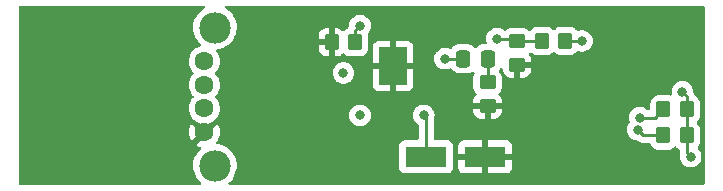
<source format=gbr>
%TF.GenerationSoftware,KiCad,Pcbnew,6.0.11-2627ca5db0~126~ubuntu22.04.1*%
%TF.CreationDate,2023-02-14T21:50:32-05:00*%
%TF.ProjectId,qwiic-interface,71776969-632d-4696-9e74-657266616365,2.0*%
%TF.SameCoordinates,Original*%
%TF.FileFunction,Copper,L4,Bot*%
%TF.FilePolarity,Positive*%
%FSLAX46Y46*%
G04 Gerber Fmt 4.6, Leading zero omitted, Abs format (unit mm)*
G04 Created by KiCad (PCBNEW 6.0.11-2627ca5db0~126~ubuntu22.04.1) date 2023-02-14 21:50:32*
%MOMM*%
%LPD*%
G01*
G04 APERTURE LIST*
G04 Aperture macros list*
%AMRoundRect*
0 Rectangle with rounded corners*
0 $1 Rounding radius*
0 $2 $3 $4 $5 $6 $7 $8 $9 X,Y pos of 4 corners*
0 Add a 4 corners polygon primitive as box body*
4,1,4,$2,$3,$4,$5,$6,$7,$8,$9,$2,$3,0*
0 Add four circle primitives for the rounded corners*
1,1,$1+$1,$2,$3*
1,1,$1+$1,$4,$5*
1,1,$1+$1,$6,$7*
1,1,$1+$1,$8,$9*
0 Add four rect primitives between the rounded corners*
20,1,$1+$1,$2,$3,$4,$5,0*
20,1,$1+$1,$4,$5,$6,$7,0*
20,1,$1+$1,$6,$7,$8,$9,0*
20,1,$1+$1,$8,$9,$2,$3,0*%
G04 Aperture macros list end*
%TA.AperFunction,SMDPad,CuDef*%
%ADD10R,3.500000X1.800000*%
%TD*%
%TA.AperFunction,ComponentPad*%
%ADD11C,0.500000*%
%TD*%
%TA.AperFunction,SMDPad,CuDef*%
%ADD12R,2.400000X3.200000*%
%TD*%
%TA.AperFunction,ComponentPad*%
%ADD13C,1.600200*%
%TD*%
%TA.AperFunction,ComponentPad*%
%ADD14C,2.667000*%
%TD*%
%TA.AperFunction,SMDPad,CuDef*%
%ADD15RoundRect,0.250000X-0.450000X0.350000X-0.450000X-0.350000X0.450000X-0.350000X0.450000X0.350000X0*%
%TD*%
%TA.AperFunction,SMDPad,CuDef*%
%ADD16RoundRect,0.250000X-0.337500X-0.475000X0.337500X-0.475000X0.337500X0.475000X-0.337500X0.475000X0*%
%TD*%
%TA.AperFunction,SMDPad,CuDef*%
%ADD17RoundRect,0.250000X0.350000X0.450000X-0.350000X0.450000X-0.350000X-0.450000X0.350000X-0.450000X0*%
%TD*%
%TA.AperFunction,ViaPad*%
%ADD18C,0.800000*%
%TD*%
%TA.AperFunction,Conductor*%
%ADD19C,0.250000*%
%TD*%
G04 APERTURE END LIST*
D10*
%TO.P,D1,1,K*%
%TO.N,Net-(C2-Pad2)*%
X135000000Y-73100000D03*
%TO.P,D1,2,A*%
%TO.N,GND*%
X140000000Y-73100000D03*
%TD*%
D11*
%TO.P,U1,9,GND*%
%TO.N,GND*%
X133150000Y-66750000D03*
D12*
X132200000Y-65400000D03*
D11*
X131250000Y-64050000D03*
X131250000Y-65400000D03*
X133150000Y-65400000D03*
X133150000Y-64050000D03*
X131250000Y-66750000D03*
%TD*%
D13*
%TO.P,J1,1,1*%
%TO.N,+BATT*%
X116222800Y-65010001D03*
%TO.P,J1,2,2*%
%TO.N,SDA*%
X116222800Y-67010000D03*
%TO.P,J1,3,3*%
%TO.N,SCL*%
X116222800Y-69010001D03*
%TO.P,J1,4,4*%
%TO.N,GND*%
X116222800Y-71009999D03*
D14*
%TO.P,J1,5*%
%TO.N,N/C*%
X117122801Y-62159999D03*
%TO.P,J1,6*%
X117122801Y-73860001D03*
%TD*%
D15*
%TO.P,R6,1*%
%TO.N,Net-(R5-Pad2)*%
X142700000Y-63300000D03*
%TO.P,R6,2*%
%TO.N,GND*%
X142700000Y-65300000D03*
%TD*%
D16*
%TO.P,C3,1*%
%TO.N,Net-(C3-Pad1)*%
X138162500Y-64800000D03*
%TO.P,C3,2*%
%TO.N,Net-(C3-Pad2)*%
X140237500Y-64800000D03*
%TD*%
D17*
%TO.P,R8,1*%
%TO.N,+3V3*%
X157100000Y-69100000D03*
%TO.P,R8,2*%
%TO.N,SDA*%
X155100000Y-69100000D03*
%TD*%
%TO.P,R5,1*%
%TO.N,+3V3*%
X146800000Y-63300000D03*
%TO.P,R5,2*%
%TO.N,Net-(R5-Pad2)*%
X144800000Y-63300000D03*
%TD*%
%TO.P,R3,1*%
%TO.N,Net-(R3-Pad1)*%
X129000000Y-63400000D03*
%TO.P,R3,2*%
%TO.N,GND*%
X127000000Y-63400000D03*
%TD*%
D15*
%TO.P,R4,1*%
%TO.N,Net-(C3-Pad2)*%
X140200000Y-66800000D03*
%TO.P,R4,2*%
%TO.N,GND*%
X140200000Y-68800000D03*
%TD*%
D17*
%TO.P,R7,1*%
%TO.N,+3V3*%
X157100000Y-71300000D03*
%TO.P,R7,2*%
%TO.N,SCL*%
X155100000Y-71300000D03*
%TD*%
D18*
%TO.N,Net-(C2-Pad2)*%
X134800000Y-69600000D03*
%TO.N,GND*%
X152900000Y-67500000D03*
X156100000Y-64300000D03*
X157400000Y-74800000D03*
X126600000Y-70400000D03*
X124900000Y-67000000D03*
%TO.N,Net-(C2-Pad1)*%
X128000000Y-66000000D03*
X129400000Y-69600000D03*
%TO.N,Net-(C3-Pad1)*%
X136600000Y-64800000D03*
%TO.N,+3V3*%
X156700000Y-67600000D03*
X148200000Y-63300000D03*
X157400000Y-73100000D03*
%TO.N,SDA*%
X153097540Y-69782782D03*
%TO.N,SCL*%
X152900000Y-70800000D03*
%TO.N,Net-(R3-Pad1)*%
X129400000Y-62000000D03*
%TO.N,Net-(R5-Pad2)*%
X141000000Y-63100000D03*
%TD*%
D19*
%TO.N,Net-(C2-Pad2)*%
X135000000Y-73100000D02*
X135000000Y-69800000D01*
X135000000Y-69800000D02*
X134800000Y-69600000D01*
%TO.N,Net-(C3-Pad1)*%
X138162500Y-64800000D02*
X136600000Y-64800000D01*
%TO.N,Net-(C3-Pad2)*%
X140200000Y-64837500D02*
X140237500Y-64800000D01*
X140200000Y-66800000D02*
X140200000Y-64837500D01*
%TO.N,+3V3*%
X157100000Y-71300000D02*
X157100000Y-69100000D01*
X157100000Y-72800000D02*
X157400000Y-73100000D01*
X156700000Y-67600000D02*
X157100000Y-68000000D01*
X157100000Y-68000000D02*
X157100000Y-69100000D01*
X146800000Y-63300000D02*
X148200000Y-63300000D01*
X157100000Y-71300000D02*
X157100000Y-72800000D01*
%TO.N,SDA*%
X153097540Y-69782782D02*
X154417218Y-69782782D01*
X154417218Y-69782782D02*
X155100000Y-69100000D01*
%TO.N,SCL*%
X155100000Y-71300000D02*
X153400000Y-71300000D01*
X153400000Y-71300000D02*
X152900000Y-70800000D01*
%TO.N,Net-(R3-Pad1)*%
X129000000Y-63400000D02*
X129000000Y-62400000D01*
X129000000Y-62400000D02*
X129400000Y-62000000D01*
%TO.N,Net-(R5-Pad2)*%
X141000000Y-63100000D02*
X142500000Y-63100000D01*
X142700000Y-63300000D02*
X144800000Y-63300000D01*
X142500000Y-63100000D02*
X142700000Y-63300000D01*
%TD*%
%TA.AperFunction,Conductor*%
%TO.N,GND*%
G36*
X116243228Y-60328502D02*
G01*
X116289721Y-60382158D01*
X116299825Y-60452432D01*
X116270331Y-60517012D01*
X116233190Y-60546314D01*
X116157900Y-60585424D01*
X116154285Y-60588007D01*
X116154279Y-60588011D01*
X116020203Y-60683823D01*
X115945667Y-60737088D01*
X115756921Y-60917143D01*
X115595427Y-61121997D01*
X115569347Y-61166897D01*
X115466643Y-61343714D01*
X115466640Y-61343720D01*
X115464409Y-61347561D01*
X115462739Y-61351684D01*
X115368153Y-61585204D01*
X115368150Y-61585212D01*
X115366480Y-61589336D01*
X115303595Y-61842497D01*
X115277007Y-62101993D01*
X115279203Y-62157885D01*
X115287015Y-62356704D01*
X115287248Y-62362646D01*
X115288046Y-62367018D01*
X115288047Y-62367023D01*
X115301095Y-62438463D01*
X115334114Y-62619256D01*
X115335519Y-62623468D01*
X115335520Y-62623471D01*
X115415257Y-62862473D01*
X115416668Y-62866702D01*
X115418660Y-62870689D01*
X115418661Y-62870691D01*
X115529960Y-63093435D01*
X115533264Y-63100048D01*
X115565023Y-63146000D01*
X115675294Y-63305548D01*
X115681576Y-63314638D01*
X115684598Y-63317907D01*
X115826630Y-63471556D01*
X115858644Y-63506189D01*
X115891981Y-63533329D01*
X115895409Y-63536120D01*
X115935608Y-63594639D01*
X115937788Y-63665603D01*
X115901256Y-63726479D01*
X115848470Y-63755540D01*
X115778833Y-63774199D01*
X115778831Y-63774200D01*
X115773523Y-63775622D01*
X115768542Y-63777944D01*
X115768541Y-63777945D01*
X115570988Y-63870065D01*
X115570983Y-63870068D01*
X115566001Y-63872391D01*
X115561494Y-63875547D01*
X115561492Y-63875548D01*
X115382946Y-64000567D01*
X115382943Y-64000569D01*
X115378435Y-64003726D01*
X115216525Y-64165636D01*
X115213368Y-64170144D01*
X115213366Y-64170147D01*
X115088498Y-64348478D01*
X115085190Y-64353202D01*
X115082867Y-64358184D01*
X115082864Y-64358189D01*
X114996494Y-64543412D01*
X114988421Y-64560724D01*
X114986999Y-64566032D01*
X114986998Y-64566034D01*
X114973440Y-64616635D01*
X114929158Y-64781897D01*
X114909201Y-65010001D01*
X114929158Y-65238105D01*
X114930582Y-65243418D01*
X114930582Y-65243420D01*
X114954110Y-65331226D01*
X114988421Y-65459278D01*
X114990743Y-65464259D01*
X114990744Y-65464260D01*
X115082864Y-65661813D01*
X115082867Y-65661818D01*
X115085190Y-65666800D01*
X115088346Y-65671307D01*
X115088347Y-65671309D01*
X115177902Y-65799206D01*
X115216525Y-65854366D01*
X115283064Y-65920905D01*
X115317090Y-65983217D01*
X115312025Y-66054032D01*
X115283064Y-66099095D01*
X115220420Y-66161739D01*
X115220415Y-66161745D01*
X115216525Y-66165635D01*
X115213370Y-66170141D01*
X115091659Y-66343963D01*
X115085190Y-66353201D01*
X115082867Y-66358183D01*
X115082864Y-66358188D01*
X114999509Y-66536944D01*
X114988421Y-66560723D01*
X114986999Y-66566031D01*
X114986998Y-66566033D01*
X114956765Y-66678866D01*
X114929158Y-66781896D01*
X114909201Y-67010000D01*
X114929158Y-67238104D01*
X114930582Y-67243417D01*
X114930582Y-67243419D01*
X114975237Y-67410072D01*
X114988421Y-67459277D01*
X114990743Y-67464258D01*
X114990744Y-67464259D01*
X115082864Y-67661812D01*
X115082867Y-67661817D01*
X115085190Y-67666799D01*
X115088346Y-67671306D01*
X115088347Y-67671308D01*
X115207552Y-67841550D01*
X115216525Y-67854365D01*
X115283065Y-67920905D01*
X115317091Y-67983217D01*
X115312026Y-68054032D01*
X115283065Y-68099095D01*
X115220420Y-68161740D01*
X115220415Y-68161746D01*
X115216525Y-68165636D01*
X115213370Y-68170142D01*
X115107716Y-68321032D01*
X115085190Y-68353202D01*
X115082867Y-68358184D01*
X115082864Y-68358189D01*
X114996628Y-68543124D01*
X114988421Y-68560724D01*
X114986999Y-68566032D01*
X114986998Y-68566034D01*
X114942021Y-68733891D01*
X114929158Y-68781897D01*
X114909201Y-69010001D01*
X114929158Y-69238105D01*
X114930582Y-69243418D01*
X114930582Y-69243420D01*
X114977230Y-69417511D01*
X114988421Y-69459278D01*
X114990743Y-69464259D01*
X114990744Y-69464260D01*
X115082864Y-69661813D01*
X115082867Y-69661818D01*
X115085190Y-69666800D01*
X115088346Y-69671307D01*
X115088347Y-69671309D01*
X115209241Y-69843963D01*
X115216525Y-69854366D01*
X115378435Y-70016276D01*
X115382943Y-70019433D01*
X115382946Y-70019435D01*
X115389963Y-70024348D01*
X115566000Y-70147611D01*
X115570982Y-70149934D01*
X115570987Y-70149937D01*
X115676372Y-70199078D01*
X115773523Y-70244380D01*
X115778833Y-70245803D01*
X115778839Y-70245805D01*
X115799471Y-70251333D01*
X115855956Y-70283945D01*
X116209988Y-70637977D01*
X116223932Y-70645591D01*
X116225765Y-70645460D01*
X116232380Y-70641209D01*
X116589644Y-70283945D01*
X116646129Y-70251333D01*
X116666761Y-70245805D01*
X116666767Y-70245803D01*
X116672077Y-70244380D01*
X116769228Y-70199078D01*
X116874613Y-70149937D01*
X116874618Y-70149934D01*
X116879600Y-70147611D01*
X117055637Y-70024348D01*
X117062654Y-70019435D01*
X117062657Y-70019433D01*
X117067165Y-70016276D01*
X117229075Y-69854366D01*
X117236360Y-69843963D01*
X117357253Y-69671309D01*
X117357254Y-69671307D01*
X117360410Y-69666800D01*
X117362733Y-69661818D01*
X117362736Y-69661813D01*
X117391560Y-69600000D01*
X128486496Y-69600000D01*
X128487186Y-69606565D01*
X128502551Y-69752751D01*
X128506458Y-69789928D01*
X128565473Y-69971556D01*
X128660960Y-70136944D01*
X128665378Y-70141851D01*
X128665379Y-70141852D01*
X128678221Y-70156114D01*
X128788747Y-70278866D01*
X128850318Y-70323600D01*
X128914562Y-70370276D01*
X128943248Y-70391118D01*
X128949276Y-70393802D01*
X128949278Y-70393803D01*
X129111681Y-70466109D01*
X129117712Y-70468794D01*
X129211113Y-70488647D01*
X129298056Y-70507128D01*
X129298061Y-70507128D01*
X129304513Y-70508500D01*
X129495487Y-70508500D01*
X129501939Y-70507128D01*
X129501944Y-70507128D01*
X129588887Y-70488647D01*
X129682288Y-70468794D01*
X129688319Y-70466109D01*
X129850722Y-70393803D01*
X129850724Y-70393802D01*
X129856752Y-70391118D01*
X129885439Y-70370276D01*
X129949682Y-70323600D01*
X130011253Y-70278866D01*
X130121779Y-70156114D01*
X130134621Y-70141852D01*
X130134622Y-70141851D01*
X130139040Y-70136944D01*
X130234527Y-69971556D01*
X130293542Y-69789928D01*
X130297450Y-69752751D01*
X130312814Y-69606565D01*
X130313504Y-69600000D01*
X130293542Y-69410072D01*
X130234527Y-69228444D01*
X130139040Y-69063056D01*
X130103228Y-69023282D01*
X130015675Y-68926045D01*
X130015674Y-68926044D01*
X130011253Y-68921134D01*
X129856752Y-68808882D01*
X129850724Y-68806198D01*
X129850722Y-68806197D01*
X129688319Y-68733891D01*
X129688318Y-68733891D01*
X129682288Y-68731206D01*
X129588888Y-68711353D01*
X129501944Y-68692872D01*
X129501939Y-68692872D01*
X129495487Y-68691500D01*
X129304513Y-68691500D01*
X129298061Y-68692872D01*
X129298056Y-68692872D01*
X129211112Y-68711353D01*
X129117712Y-68731206D01*
X129111682Y-68733891D01*
X129111681Y-68733891D01*
X128949278Y-68806197D01*
X128949276Y-68806198D01*
X128943248Y-68808882D01*
X128788747Y-68921134D01*
X128784326Y-68926044D01*
X128784325Y-68926045D01*
X128696773Y-69023282D01*
X128660960Y-69063056D01*
X128565473Y-69228444D01*
X128506458Y-69410072D01*
X128486496Y-69600000D01*
X117391560Y-69600000D01*
X117454856Y-69464260D01*
X117454857Y-69464259D01*
X117457179Y-69459278D01*
X117468371Y-69417511D01*
X117515018Y-69243420D01*
X117515018Y-69243418D01*
X117516442Y-69238105D01*
X117536399Y-69010001D01*
X117516442Y-68781897D01*
X117503579Y-68733891D01*
X117458602Y-68566034D01*
X117458601Y-68566032D01*
X117457179Y-68560724D01*
X117448972Y-68543124D01*
X117362736Y-68358189D01*
X117362733Y-68358184D01*
X117360410Y-68353202D01*
X117341401Y-68326054D01*
X117232234Y-68170147D01*
X117232230Y-68170142D01*
X117229075Y-68165636D01*
X117162534Y-68099095D01*
X117128509Y-68036784D01*
X117133574Y-67965969D01*
X117162535Y-67920906D01*
X117225180Y-67858261D01*
X117225185Y-67858255D01*
X117229075Y-67854365D01*
X117267072Y-67800100D01*
X117357253Y-67671308D01*
X117357254Y-67671306D01*
X117360410Y-67666799D01*
X117362733Y-67661817D01*
X117362736Y-67661812D01*
X117454856Y-67464259D01*
X117454857Y-67464258D01*
X117457179Y-67459277D01*
X117470364Y-67410072D01*
X117515018Y-67243419D01*
X117515018Y-67243417D01*
X117516442Y-67238104D01*
X117536399Y-67010000D01*
X117516442Y-66781896D01*
X117488835Y-66678866D01*
X117458602Y-66566033D01*
X117458601Y-66566031D01*
X117457179Y-66560723D01*
X117446091Y-66536944D01*
X117362736Y-66358188D01*
X117362733Y-66358183D01*
X117360410Y-66353201D01*
X117357253Y-66348692D01*
X117232234Y-66170146D01*
X117232230Y-66170141D01*
X117229075Y-66165635D01*
X117162535Y-66099095D01*
X117128510Y-66036784D01*
X117131141Y-66000000D01*
X127086496Y-66000000D01*
X127087186Y-66006565D01*
X127099872Y-66127262D01*
X127106458Y-66189928D01*
X127165473Y-66371556D01*
X127168776Y-66377278D01*
X127168777Y-66377279D01*
X127183550Y-66402866D01*
X127260960Y-66536944D01*
X127388747Y-66678866D01*
X127464482Y-66733891D01*
X127523240Y-66776581D01*
X127543248Y-66791118D01*
X127549276Y-66793802D01*
X127549278Y-66793803D01*
X127711681Y-66866109D01*
X127717712Y-66868794D01*
X127811113Y-66888647D01*
X127898056Y-66907128D01*
X127898061Y-66907128D01*
X127904513Y-66908500D01*
X128095487Y-66908500D01*
X128101939Y-66907128D01*
X128101944Y-66907128D01*
X128188887Y-66888647D01*
X128282288Y-66868794D01*
X128288319Y-66866109D01*
X128450722Y-66793803D01*
X128450724Y-66793802D01*
X128456752Y-66791118D01*
X128476761Y-66776581D01*
X128518353Y-66746362D01*
X130487966Y-66746362D01*
X130491400Y-66781388D01*
X130492001Y-66793684D01*
X130492001Y-67044669D01*
X130492371Y-67051490D01*
X130497895Y-67102352D01*
X130501521Y-67117604D01*
X130546676Y-67238054D01*
X130555214Y-67253649D01*
X130631715Y-67355724D01*
X130644276Y-67368285D01*
X130746351Y-67444786D01*
X130761946Y-67453324D01*
X130882394Y-67498478D01*
X130897649Y-67502105D01*
X130948514Y-67507631D01*
X130955328Y-67508000D01*
X131190965Y-67508000D01*
X131207629Y-67509107D01*
X131227044Y-67511697D01*
X131241040Y-67511991D01*
X131279186Y-67508519D01*
X131290606Y-67508000D01*
X131927885Y-67508000D01*
X131943124Y-67503525D01*
X131944329Y-67502135D01*
X131946000Y-67494452D01*
X131946000Y-67489884D01*
X132454000Y-67489884D01*
X132458475Y-67505123D01*
X132459865Y-67506328D01*
X132467548Y-67507999D01*
X133090957Y-67507999D01*
X133107622Y-67509106D01*
X133127044Y-67511698D01*
X133141040Y-67511991D01*
X133179195Y-67508518D01*
X133190615Y-67507999D01*
X133444669Y-67507999D01*
X133451490Y-67507629D01*
X133502352Y-67502105D01*
X133517604Y-67498479D01*
X133638054Y-67453324D01*
X133653649Y-67444786D01*
X133755724Y-67368285D01*
X133768285Y-67355724D01*
X133844786Y-67253649D01*
X133853324Y-67238054D01*
X133898478Y-67117606D01*
X133902105Y-67102351D01*
X133907631Y-67051486D01*
X133908000Y-67044672D01*
X133908000Y-66812124D01*
X133909226Y-66794588D01*
X133911948Y-66775222D01*
X133912554Y-66767338D01*
X133912741Y-66753962D01*
X133912354Y-66746062D01*
X133908785Y-66714241D01*
X133908000Y-66700196D01*
X133908000Y-65672115D01*
X133903525Y-65656876D01*
X133902135Y-65655671D01*
X133894452Y-65654000D01*
X132472115Y-65654000D01*
X132456876Y-65658475D01*
X132455671Y-65659865D01*
X132454000Y-65667548D01*
X132454000Y-67489884D01*
X131946000Y-67489884D01*
X131946000Y-65672115D01*
X131941525Y-65656876D01*
X131940135Y-65655671D01*
X131932452Y-65654000D01*
X130510116Y-65654000D01*
X130494877Y-65658475D01*
X130493672Y-65659865D01*
X130492001Y-65667548D01*
X130492001Y-66694040D01*
X130491007Y-66709833D01*
X130488162Y-66732356D01*
X130487966Y-66746362D01*
X128518353Y-66746362D01*
X128535518Y-66733891D01*
X128611253Y-66678866D01*
X128739040Y-66536944D01*
X128816450Y-66402866D01*
X128831223Y-66377279D01*
X128831224Y-66377278D01*
X128834527Y-66371556D01*
X128893542Y-66189928D01*
X128900129Y-66127262D01*
X128912814Y-66006565D01*
X128913504Y-66000000D01*
X128898607Y-65858262D01*
X128894232Y-65816635D01*
X128894232Y-65816633D01*
X128893542Y-65810072D01*
X128834527Y-65628444D01*
X128824331Y-65610783D01*
X128748168Y-65478866D01*
X128739040Y-65463056D01*
X128611253Y-65321134D01*
X128456752Y-65208882D01*
X128450724Y-65206198D01*
X128450722Y-65206197D01*
X128288319Y-65133891D01*
X128288318Y-65133891D01*
X128282288Y-65131206D01*
X128188888Y-65111353D01*
X128101944Y-65092872D01*
X128101939Y-65092872D01*
X128095487Y-65091500D01*
X127904513Y-65091500D01*
X127898061Y-65092872D01*
X127898056Y-65092872D01*
X127811112Y-65111353D01*
X127717712Y-65131206D01*
X127711682Y-65133891D01*
X127711681Y-65133891D01*
X127549278Y-65206197D01*
X127549276Y-65206198D01*
X127543248Y-65208882D01*
X127388747Y-65321134D01*
X127260960Y-65463056D01*
X127251832Y-65478866D01*
X127175670Y-65610783D01*
X127165473Y-65628444D01*
X127106458Y-65810072D01*
X127105768Y-65816633D01*
X127105768Y-65816635D01*
X127101393Y-65858262D01*
X127086496Y-66000000D01*
X117131141Y-66000000D01*
X117133575Y-65965969D01*
X117162536Y-65920906D01*
X117225180Y-65858262D01*
X117225185Y-65858256D01*
X117229075Y-65854366D01*
X117265364Y-65802540D01*
X117357253Y-65671309D01*
X117357254Y-65671307D01*
X117360410Y-65666800D01*
X117362733Y-65661818D01*
X117362736Y-65661813D01*
X117454856Y-65464260D01*
X117454857Y-65464259D01*
X117457179Y-65459278D01*
X117491491Y-65331226D01*
X117515018Y-65243420D01*
X117515018Y-65243418D01*
X117516442Y-65238105D01*
X117536399Y-65010001D01*
X117516442Y-64781897D01*
X117472160Y-64616635D01*
X117458602Y-64566034D01*
X117458601Y-64566032D01*
X117457179Y-64560724D01*
X117449106Y-64543412D01*
X117362736Y-64358189D01*
X117362733Y-64358184D01*
X117360410Y-64353202D01*
X117354136Y-64344241D01*
X117245966Y-64189759D01*
X117223278Y-64122485D01*
X117240563Y-64053624D01*
X117292333Y-64005040D01*
X117328491Y-63993198D01*
X117553906Y-63955679D01*
X117558147Y-63954338D01*
X117558150Y-63954337D01*
X117739148Y-63897095D01*
X125892001Y-63897095D01*
X125892338Y-63903614D01*
X125902257Y-63999206D01*
X125905149Y-64012600D01*
X125956588Y-64166784D01*
X125962761Y-64179962D01*
X126048063Y-64317807D01*
X126057099Y-64329208D01*
X126171829Y-64443739D01*
X126183240Y-64452751D01*
X126321243Y-64537816D01*
X126334424Y-64543963D01*
X126488710Y-64595138D01*
X126502086Y-64598005D01*
X126596438Y-64607672D01*
X126602854Y-64608000D01*
X126727885Y-64608000D01*
X126743124Y-64603525D01*
X126744329Y-64602135D01*
X126746000Y-64594452D01*
X126746000Y-64589884D01*
X127254000Y-64589884D01*
X127258475Y-64605123D01*
X127259865Y-64606328D01*
X127267548Y-64607999D01*
X127397095Y-64607999D01*
X127403614Y-64607662D01*
X127499206Y-64597743D01*
X127512600Y-64594851D01*
X127666784Y-64543412D01*
X127679962Y-64537239D01*
X127817807Y-64451937D01*
X127829208Y-64442901D01*
X127910430Y-64361538D01*
X127972713Y-64327459D01*
X128043533Y-64332462D01*
X128088620Y-64361383D01*
X128171512Y-64444130D01*
X128171517Y-64444134D01*
X128176697Y-64449305D01*
X128182927Y-64453145D01*
X128182928Y-64453146D01*
X128320288Y-64537816D01*
X128327262Y-64542115D01*
X128383367Y-64560724D01*
X128488611Y-64595632D01*
X128488613Y-64595632D01*
X128495139Y-64597797D01*
X128501975Y-64598497D01*
X128501978Y-64598498D01*
X128545031Y-64602909D01*
X128599600Y-64608500D01*
X129400400Y-64608500D01*
X129403646Y-64608163D01*
X129403650Y-64608163D01*
X129499308Y-64598238D01*
X129499312Y-64598237D01*
X129506166Y-64597526D01*
X129512702Y-64595345D01*
X129512704Y-64595345D01*
X129655506Y-64547702D01*
X129673946Y-64541550D01*
X129824348Y-64448478D01*
X129949305Y-64323303D01*
X129980053Y-64273421D01*
X130038275Y-64178968D01*
X130038276Y-64178966D01*
X130042115Y-64172738D01*
X130082106Y-64052169D01*
X130084032Y-64046363D01*
X130487966Y-64046363D01*
X130491399Y-64081379D01*
X130492000Y-64093675D01*
X130492000Y-65127885D01*
X130496475Y-65143124D01*
X130497865Y-65144329D01*
X130505548Y-65146000D01*
X131927885Y-65146000D01*
X131943124Y-65141525D01*
X131944329Y-65140135D01*
X131946000Y-65132452D01*
X131946000Y-65127885D01*
X132454000Y-65127885D01*
X132458475Y-65143124D01*
X132459865Y-65144329D01*
X132467548Y-65146000D01*
X133889884Y-65146000D01*
X133905123Y-65141525D01*
X133906328Y-65140135D01*
X133907999Y-65132452D01*
X133907999Y-64800000D01*
X135686496Y-64800000D01*
X135706458Y-64989928D01*
X135765473Y-65171556D01*
X135860960Y-65336944D01*
X135988747Y-65478866D01*
X136087843Y-65550864D01*
X136119400Y-65573791D01*
X136143248Y-65591118D01*
X136149276Y-65593802D01*
X136149278Y-65593803D01*
X136297657Y-65659865D01*
X136317712Y-65668794D01*
X136411113Y-65688647D01*
X136498056Y-65707128D01*
X136498061Y-65707128D01*
X136504513Y-65708500D01*
X136695487Y-65708500D01*
X136701939Y-65707128D01*
X136701944Y-65707128D01*
X136788887Y-65688647D01*
X136882288Y-65668794D01*
X136902968Y-65659587D01*
X136985770Y-65622721D01*
X137012584Y-65610783D01*
X137082950Y-65601349D01*
X137147247Y-65631455D01*
X137170976Y-65659587D01*
X137226522Y-65749348D01*
X137351697Y-65874305D01*
X137357927Y-65878145D01*
X137357928Y-65878146D01*
X137495090Y-65962694D01*
X137502262Y-65967115D01*
X137581615Y-65993435D01*
X137663611Y-66020632D01*
X137663613Y-66020632D01*
X137670139Y-66022797D01*
X137676975Y-66023497D01*
X137676978Y-66023498D01*
X137720031Y-66027909D01*
X137774600Y-66033500D01*
X138550400Y-66033500D01*
X138553646Y-66033163D01*
X138553650Y-66033163D01*
X138649308Y-66023238D01*
X138649312Y-66023237D01*
X138656166Y-66022526D01*
X138662702Y-66020345D01*
X138662704Y-66020345D01*
X138812169Y-65970479D01*
X138823946Y-65966550D01*
X138909049Y-65913886D01*
X138977502Y-65895048D01*
X139045272Y-65916209D01*
X139090843Y-65970650D01*
X139099747Y-66041086D01*
X139082613Y-66087146D01*
X139064359Y-66116760D01*
X139057885Y-66127262D01*
X139055581Y-66134209D01*
X139019252Y-66243739D01*
X139002203Y-66295139D01*
X138991500Y-66399600D01*
X138991500Y-67200400D01*
X138991837Y-67203646D01*
X138991837Y-67203650D01*
X138995964Y-67243419D01*
X139002474Y-67306166D01*
X139004655Y-67312702D01*
X139004655Y-67312704D01*
X139035045Y-67403794D01*
X139058450Y-67473946D01*
X139151522Y-67624348D01*
X139156704Y-67629521D01*
X139238463Y-67711138D01*
X139272542Y-67773421D01*
X139267539Y-67844241D01*
X139238618Y-67889329D01*
X139156261Y-67971829D01*
X139147249Y-67983240D01*
X139062184Y-68121243D01*
X139056037Y-68134424D01*
X139004862Y-68288710D01*
X139001995Y-68302086D01*
X138992328Y-68396438D01*
X138992000Y-68402855D01*
X138992000Y-68527885D01*
X138996475Y-68543124D01*
X138997865Y-68544329D01*
X139005548Y-68546000D01*
X141389884Y-68546000D01*
X141405123Y-68541525D01*
X141406328Y-68540135D01*
X141407999Y-68532452D01*
X141407999Y-68402905D01*
X141407662Y-68396386D01*
X141397743Y-68300794D01*
X141394851Y-68287400D01*
X141343412Y-68133216D01*
X141337239Y-68120038D01*
X141251937Y-67982193D01*
X141242901Y-67970792D01*
X141161538Y-67889570D01*
X141127459Y-67827287D01*
X141132462Y-67756467D01*
X141161383Y-67711380D01*
X141244130Y-67628488D01*
X141244134Y-67628483D01*
X141249305Y-67623303D01*
X141319697Y-67509107D01*
X141338275Y-67478968D01*
X141338276Y-67478966D01*
X141342115Y-67472738D01*
X141397797Y-67304861D01*
X141408500Y-67200400D01*
X141408500Y-66399600D01*
X141404938Y-66365271D01*
X141398238Y-66300692D01*
X141398237Y-66300688D01*
X141397526Y-66293834D01*
X141380534Y-66242901D01*
X141343868Y-66133002D01*
X141341550Y-66126054D01*
X141248478Y-65975652D01*
X141185381Y-65912665D01*
X141151302Y-65850383D01*
X141156305Y-65779563D01*
X141173343Y-65749266D01*
X141174305Y-65748303D01*
X141217987Y-65677439D01*
X141258741Y-65611323D01*
X141311513Y-65563830D01*
X141381585Y-65552406D01*
X141446709Y-65580680D01*
X141486208Y-65639674D01*
X141492001Y-65677439D01*
X141492001Y-65697095D01*
X141492338Y-65703614D01*
X141502257Y-65799206D01*
X141505149Y-65812600D01*
X141556588Y-65966784D01*
X141562761Y-65979962D01*
X141648063Y-66117807D01*
X141657099Y-66129208D01*
X141771829Y-66243739D01*
X141783240Y-66252751D01*
X141921243Y-66337816D01*
X141934424Y-66343963D01*
X142088710Y-66395138D01*
X142102086Y-66398005D01*
X142196438Y-66407672D01*
X142202854Y-66408000D01*
X142427885Y-66408000D01*
X142443124Y-66403525D01*
X142444329Y-66402135D01*
X142446000Y-66394452D01*
X142446000Y-66389884D01*
X142954000Y-66389884D01*
X142958475Y-66405123D01*
X142959865Y-66406328D01*
X142967548Y-66407999D01*
X143197095Y-66407999D01*
X143203614Y-66407662D01*
X143299206Y-66397743D01*
X143312600Y-66394851D01*
X143466784Y-66343412D01*
X143479962Y-66337239D01*
X143617807Y-66251937D01*
X143629208Y-66242901D01*
X143743739Y-66128171D01*
X143752751Y-66116760D01*
X143837816Y-65978757D01*
X143843963Y-65965576D01*
X143895138Y-65811290D01*
X143898005Y-65797914D01*
X143907672Y-65703562D01*
X143908000Y-65697146D01*
X143908000Y-65572115D01*
X143903525Y-65556876D01*
X143902135Y-65555671D01*
X143894452Y-65554000D01*
X142972115Y-65554000D01*
X142956876Y-65558475D01*
X142955671Y-65559865D01*
X142954000Y-65567548D01*
X142954000Y-66389884D01*
X142446000Y-66389884D01*
X142446000Y-65172000D01*
X142466002Y-65103879D01*
X142519658Y-65057386D01*
X142572000Y-65046000D01*
X143889884Y-65046000D01*
X143905123Y-65041525D01*
X143906328Y-65040135D01*
X143907999Y-65032452D01*
X143907999Y-64902905D01*
X143907662Y-64896386D01*
X143897743Y-64800794D01*
X143894851Y-64787400D01*
X143843412Y-64633216D01*
X143837239Y-64620038D01*
X143751937Y-64482193D01*
X143742894Y-64470783D01*
X143716258Y-64404972D01*
X143729430Y-64335208D01*
X143778228Y-64283640D01*
X143847160Y-64266641D01*
X143914339Y-64289607D01*
X143930658Y-64303346D01*
X143976697Y-64349305D01*
X143982927Y-64353145D01*
X143982928Y-64353146D01*
X144120090Y-64437694D01*
X144127262Y-64442115D01*
X144159329Y-64452751D01*
X144288611Y-64495632D01*
X144288613Y-64495632D01*
X144295139Y-64497797D01*
X144301975Y-64498497D01*
X144301978Y-64498498D01*
X144345031Y-64502909D01*
X144399600Y-64508500D01*
X145200400Y-64508500D01*
X145203646Y-64508163D01*
X145203650Y-64508163D01*
X145299308Y-64498238D01*
X145299312Y-64498237D01*
X145306166Y-64497526D01*
X145312702Y-64495345D01*
X145312704Y-64495345D01*
X145444806Y-64451272D01*
X145473946Y-64441550D01*
X145624348Y-64348478D01*
X145710784Y-64261891D01*
X145773066Y-64227812D01*
X145843886Y-64232815D01*
X145888975Y-64261736D01*
X145905133Y-64277866D01*
X145976697Y-64349305D01*
X145982927Y-64353145D01*
X145982928Y-64353146D01*
X146120090Y-64437694D01*
X146127262Y-64442115D01*
X146159329Y-64452751D01*
X146288611Y-64495632D01*
X146288613Y-64495632D01*
X146295139Y-64497797D01*
X146301975Y-64498497D01*
X146301978Y-64498498D01*
X146345031Y-64502909D01*
X146399600Y-64508500D01*
X147200400Y-64508500D01*
X147203646Y-64508163D01*
X147203650Y-64508163D01*
X147299308Y-64498238D01*
X147299312Y-64498237D01*
X147306166Y-64497526D01*
X147312702Y-64495345D01*
X147312704Y-64495345D01*
X147444806Y-64451272D01*
X147473946Y-64441550D01*
X147624348Y-64348478D01*
X147749305Y-64223303D01*
X147754103Y-64215519D01*
X147755034Y-64214681D01*
X147757683Y-64211327D01*
X147758257Y-64211780D01*
X147806871Y-64168025D01*
X147876942Y-64156598D01*
X147905266Y-64164480D01*
X147905400Y-64164068D01*
X147911680Y-64166108D01*
X147917712Y-64168794D01*
X148011113Y-64188647D01*
X148098056Y-64207128D01*
X148098061Y-64207128D01*
X148104513Y-64208500D01*
X148295487Y-64208500D01*
X148301939Y-64207128D01*
X148301944Y-64207128D01*
X148388887Y-64188647D01*
X148482288Y-64168794D01*
X148489381Y-64165636D01*
X148650722Y-64093803D01*
X148650724Y-64093802D01*
X148656752Y-64091118D01*
X148689480Y-64067340D01*
X148718766Y-64046062D01*
X148811253Y-63978866D01*
X148820322Y-63968794D01*
X148934621Y-63841852D01*
X148934622Y-63841851D01*
X148939040Y-63836944D01*
X149034527Y-63671556D01*
X149093542Y-63489928D01*
X149095371Y-63472531D01*
X149112814Y-63306565D01*
X149113504Y-63300000D01*
X149093542Y-63110072D01*
X149034527Y-62928444D01*
X149015998Y-62896350D01*
X148956810Y-62793834D01*
X148939040Y-62763056D01*
X148827088Y-62638720D01*
X148815675Y-62626045D01*
X148815674Y-62626044D01*
X148811253Y-62621134D01*
X148656752Y-62508882D01*
X148650724Y-62506198D01*
X148650722Y-62506197D01*
X148488319Y-62433891D01*
X148488318Y-62433891D01*
X148482288Y-62431206D01*
X148388887Y-62411353D01*
X148301944Y-62392872D01*
X148301939Y-62392872D01*
X148295487Y-62391500D01*
X148104513Y-62391500D01*
X148098061Y-62392872D01*
X148098056Y-62392872D01*
X147965097Y-62421134D01*
X147917712Y-62431206D01*
X147911676Y-62433893D01*
X147905402Y-62435932D01*
X147904951Y-62434543D01*
X147842114Y-62442965D01*
X147777819Y-62412855D01*
X147754098Y-62384733D01*
X147752333Y-62381882D01*
X147748478Y-62375652D01*
X147728659Y-62355867D01*
X147628483Y-62255866D01*
X147623303Y-62250695D01*
X147591686Y-62231206D01*
X147478968Y-62161725D01*
X147478966Y-62161724D01*
X147472738Y-62157885D01*
X147377204Y-62126198D01*
X147311389Y-62104368D01*
X147311387Y-62104368D01*
X147304861Y-62102203D01*
X147298025Y-62101503D01*
X147298022Y-62101502D01*
X147254969Y-62097091D01*
X147200400Y-62091500D01*
X146399600Y-62091500D01*
X146396354Y-62091837D01*
X146396350Y-62091837D01*
X146300692Y-62101762D01*
X146300688Y-62101763D01*
X146293834Y-62102474D01*
X146287298Y-62104655D01*
X146287296Y-62104655D01*
X146155194Y-62148728D01*
X146126054Y-62158450D01*
X145975652Y-62251522D01*
X145970479Y-62256704D01*
X145889216Y-62338109D01*
X145826934Y-62372188D01*
X145756114Y-62367185D01*
X145711025Y-62338264D01*
X145628483Y-62255866D01*
X145623303Y-62250695D01*
X145591686Y-62231206D01*
X145478968Y-62161725D01*
X145478966Y-62161724D01*
X145472738Y-62157885D01*
X145377204Y-62126198D01*
X145311389Y-62104368D01*
X145311387Y-62104368D01*
X145304861Y-62102203D01*
X145298025Y-62101503D01*
X145298022Y-62101502D01*
X145254969Y-62097091D01*
X145200400Y-62091500D01*
X144399600Y-62091500D01*
X144396354Y-62091837D01*
X144396350Y-62091837D01*
X144300692Y-62101762D01*
X144300688Y-62101763D01*
X144293834Y-62102474D01*
X144287298Y-62104655D01*
X144287296Y-62104655D01*
X144155194Y-62148728D01*
X144126054Y-62158450D01*
X143975652Y-62251522D01*
X143850695Y-62376697D01*
X143848936Y-62379551D01*
X143792349Y-62419671D01*
X143721426Y-62422903D01*
X143662367Y-62389690D01*
X143628484Y-62355867D01*
X143623303Y-62350695D01*
X143617072Y-62346854D01*
X143478968Y-62261725D01*
X143478966Y-62261724D01*
X143472738Y-62257885D01*
X143388166Y-62229834D01*
X143311389Y-62204368D01*
X143311387Y-62204368D01*
X143304861Y-62202203D01*
X143298025Y-62201503D01*
X143298022Y-62201502D01*
X143254969Y-62197091D01*
X143200400Y-62191500D01*
X142199600Y-62191500D01*
X142196354Y-62191837D01*
X142196350Y-62191837D01*
X142100692Y-62201762D01*
X142100688Y-62201763D01*
X142093834Y-62202474D01*
X142087298Y-62204655D01*
X142087296Y-62204655D01*
X141999666Y-62233891D01*
X141926054Y-62258450D01*
X141775652Y-62351522D01*
X141770479Y-62356704D01*
X141742359Y-62384873D01*
X141680076Y-62418952D01*
X141609256Y-62413949D01*
X141579125Y-62397791D01*
X141462094Y-62312763D01*
X141462093Y-62312762D01*
X141456752Y-62308882D01*
X141450724Y-62306198D01*
X141450722Y-62306197D01*
X141288319Y-62233891D01*
X141288318Y-62233891D01*
X141282288Y-62231206D01*
X141183068Y-62210116D01*
X141101944Y-62192872D01*
X141101939Y-62192872D01*
X141095487Y-62191500D01*
X140904513Y-62191500D01*
X140898061Y-62192872D01*
X140898056Y-62192872D01*
X140816932Y-62210116D01*
X140717712Y-62231206D01*
X140711682Y-62233891D01*
X140711681Y-62233891D01*
X140549278Y-62306197D01*
X140549276Y-62306198D01*
X140543248Y-62308882D01*
X140388747Y-62421134D01*
X140384326Y-62426044D01*
X140384325Y-62426045D01*
X140280057Y-62541847D01*
X140260960Y-62563056D01*
X140165473Y-62728444D01*
X140106458Y-62910072D01*
X140105768Y-62916633D01*
X140105768Y-62916635D01*
X140104527Y-62928444D01*
X140086496Y-63100000D01*
X140087186Y-63106565D01*
X140102143Y-63248869D01*
X140106458Y-63289928D01*
X140108498Y-63296206D01*
X140142731Y-63401564D01*
X140144759Y-63472531D01*
X140108096Y-63533329D01*
X140044384Y-63564655D01*
X140022898Y-63566500D01*
X139849600Y-63566500D01*
X139846354Y-63566837D01*
X139846350Y-63566837D01*
X139750692Y-63576762D01*
X139750688Y-63576763D01*
X139743834Y-63577474D01*
X139737298Y-63579655D01*
X139737296Y-63579655D01*
X139692384Y-63594639D01*
X139576054Y-63633450D01*
X139425652Y-63726522D01*
X139300695Y-63851697D01*
X139298094Y-63855916D01*
X139240970Y-63896417D01*
X139170047Y-63899649D01*
X139108635Y-63864024D01*
X139102078Y-63856470D01*
X139098478Y-63850652D01*
X138973303Y-63725695D01*
X138967072Y-63721854D01*
X138828968Y-63636725D01*
X138828966Y-63636724D01*
X138822738Y-63632885D01*
X138742995Y-63606436D01*
X138661389Y-63579368D01*
X138661387Y-63579368D01*
X138654861Y-63577203D01*
X138648025Y-63576503D01*
X138648022Y-63576502D01*
X138604969Y-63572091D01*
X138550400Y-63566500D01*
X137774600Y-63566500D01*
X137771354Y-63566837D01*
X137771350Y-63566837D01*
X137675692Y-63576762D01*
X137675688Y-63576763D01*
X137668834Y-63577474D01*
X137662298Y-63579655D01*
X137662296Y-63579655D01*
X137617384Y-63594639D01*
X137501054Y-63633450D01*
X137350652Y-63726522D01*
X137225695Y-63851697D01*
X137221855Y-63857927D01*
X137221854Y-63857928D01*
X137201395Y-63891118D01*
X137177531Y-63929834D01*
X137171118Y-63940237D01*
X137118346Y-63987730D01*
X137048274Y-63999154D01*
X137012610Y-63989228D01*
X136888323Y-63933892D01*
X136888315Y-63933889D01*
X136882288Y-63931206D01*
X136788888Y-63911353D01*
X136701944Y-63892872D01*
X136701939Y-63892872D01*
X136695487Y-63891500D01*
X136504513Y-63891500D01*
X136498061Y-63892872D01*
X136498056Y-63892872D01*
X136411112Y-63911353D01*
X136317712Y-63931206D01*
X136311682Y-63933891D01*
X136311681Y-63933891D01*
X136149278Y-64006197D01*
X136149276Y-64006198D01*
X136143248Y-64008882D01*
X136137907Y-64012762D01*
X136137906Y-64012763D01*
X136110939Y-64032356D01*
X135988747Y-64121134D01*
X135984326Y-64126044D01*
X135984325Y-64126045D01*
X135892090Y-64228483D01*
X135860960Y-64263056D01*
X135811517Y-64348693D01*
X135779025Y-64404972D01*
X135765473Y-64428444D01*
X135706458Y-64610072D01*
X135705768Y-64616633D01*
X135705768Y-64616635D01*
X135699872Y-64672735D01*
X135686496Y-64800000D01*
X133907999Y-64800000D01*
X133907999Y-64112130D01*
X133909225Y-64094593D01*
X133911948Y-64075219D01*
X133912554Y-64067340D01*
X133912741Y-64053962D01*
X133912354Y-64046062D01*
X133908784Y-64014233D01*
X133907999Y-64000188D01*
X133907999Y-63755331D01*
X133907629Y-63748510D01*
X133902105Y-63697648D01*
X133898479Y-63682396D01*
X133853324Y-63561946D01*
X133844786Y-63546351D01*
X133768285Y-63444276D01*
X133755724Y-63431715D01*
X133653649Y-63355214D01*
X133638054Y-63346676D01*
X133517606Y-63301522D01*
X133502351Y-63297895D01*
X133451486Y-63292369D01*
X133444672Y-63292000D01*
X133202875Y-63292000D01*
X133187957Y-63291114D01*
X133162318Y-63288057D01*
X133148320Y-63287959D01*
X133116437Y-63291310D01*
X133103267Y-63292000D01*
X132472115Y-63292000D01*
X132456876Y-63296475D01*
X132455671Y-63297865D01*
X132454000Y-63305548D01*
X132454000Y-65127885D01*
X131946000Y-65127885D01*
X131946000Y-63310116D01*
X131941525Y-63294877D01*
X131940135Y-63293672D01*
X131932452Y-63292001D01*
X131302883Y-63292001D01*
X131287964Y-63291115D01*
X131262318Y-63288057D01*
X131248321Y-63287959D01*
X131216430Y-63291311D01*
X131203260Y-63292001D01*
X130955331Y-63292001D01*
X130948510Y-63292371D01*
X130897648Y-63297895D01*
X130882396Y-63301521D01*
X130761946Y-63346676D01*
X130746351Y-63355214D01*
X130644276Y-63431715D01*
X130631715Y-63444276D01*
X130555214Y-63546351D01*
X130546676Y-63561946D01*
X130501522Y-63682394D01*
X130497895Y-63697649D01*
X130492369Y-63748514D01*
X130492000Y-63755328D01*
X130492000Y-63994048D01*
X130491006Y-64009840D01*
X130488162Y-64032356D01*
X130487966Y-64046363D01*
X130084032Y-64046363D01*
X130095632Y-64011389D01*
X130095632Y-64011387D01*
X130097797Y-64004861D01*
X130100393Y-63979529D01*
X130105068Y-63933892D01*
X130108500Y-63900400D01*
X130108500Y-62899600D01*
X130108163Y-62896350D01*
X130098238Y-62800692D01*
X130098237Y-62800688D01*
X130097526Y-62793834D01*
X130095346Y-62787300D01*
X130095345Y-62787295D01*
X130069447Y-62709670D01*
X130066863Y-62638720D01*
X130095333Y-62585486D01*
X130139040Y-62536944D01*
X130224057Y-62389690D01*
X130231223Y-62377279D01*
X130231224Y-62377278D01*
X130234527Y-62371556D01*
X130293542Y-62189928D01*
X130296169Y-62164940D01*
X130312814Y-62006565D01*
X130313504Y-62000000D01*
X130293542Y-61810072D01*
X130234527Y-61628444D01*
X130139040Y-61463056D01*
X130011253Y-61321134D01*
X129856752Y-61208882D01*
X129850724Y-61206198D01*
X129850722Y-61206197D01*
X129688319Y-61133891D01*
X129688318Y-61133891D01*
X129682288Y-61131206D01*
X129588888Y-61111353D01*
X129501944Y-61092872D01*
X129501939Y-61092872D01*
X129495487Y-61091500D01*
X129304513Y-61091500D01*
X129298061Y-61092872D01*
X129298056Y-61092872D01*
X129211112Y-61111353D01*
X129117712Y-61131206D01*
X129111682Y-61133891D01*
X129111681Y-61133891D01*
X128949278Y-61206197D01*
X128949276Y-61206198D01*
X128943248Y-61208882D01*
X128788747Y-61321134D01*
X128660960Y-61463056D01*
X128565473Y-61628444D01*
X128506458Y-61810072D01*
X128505769Y-61816631D01*
X128505768Y-61816634D01*
X128486794Y-61997164D01*
X128461046Y-62061216D01*
X128450386Y-62074959D01*
X128447241Y-62082228D01*
X128447238Y-62082232D01*
X128432826Y-62115537D01*
X128427609Y-62126187D01*
X128406305Y-62164940D01*
X128404334Y-62172616D01*
X128401416Y-62179987D01*
X128400061Y-62179450D01*
X128368173Y-62233017D01*
X128335900Y-62254774D01*
X128332999Y-62256133D01*
X128326054Y-62258450D01*
X128319826Y-62262304D01*
X128302955Y-62272744D01*
X128175652Y-62351522D01*
X128170479Y-62356704D01*
X128088862Y-62438463D01*
X128026579Y-62472542D01*
X127955759Y-62467539D01*
X127910671Y-62438618D01*
X127828171Y-62356261D01*
X127816760Y-62347249D01*
X127678757Y-62262184D01*
X127665576Y-62256037D01*
X127511290Y-62204862D01*
X127497914Y-62201995D01*
X127403562Y-62192328D01*
X127397145Y-62192000D01*
X127272115Y-62192000D01*
X127256876Y-62196475D01*
X127255671Y-62197865D01*
X127254000Y-62205548D01*
X127254000Y-64589884D01*
X126746000Y-64589884D01*
X126746000Y-63672115D01*
X126741525Y-63656876D01*
X126740135Y-63655671D01*
X126732452Y-63654000D01*
X125910116Y-63654000D01*
X125894877Y-63658475D01*
X125893672Y-63659865D01*
X125892001Y-63667548D01*
X125892001Y-63897095D01*
X117739148Y-63897095D01*
X117798372Y-63878365D01*
X117798374Y-63878364D01*
X117802618Y-63877022D01*
X117806629Y-63875096D01*
X117806634Y-63875094D01*
X118033748Y-63766035D01*
X118033749Y-63766034D01*
X118037767Y-63764105D01*
X118041473Y-63761629D01*
X118250952Y-63621660D01*
X118250956Y-63621657D01*
X118254660Y-63619182D01*
X118448968Y-63445145D01*
X118616817Y-63245465D01*
X118690146Y-63127885D01*
X125892000Y-63127885D01*
X125896475Y-63143124D01*
X125897865Y-63144329D01*
X125905548Y-63146000D01*
X126727885Y-63146000D01*
X126743124Y-63141525D01*
X126744329Y-63140135D01*
X126746000Y-63132452D01*
X126746000Y-62210116D01*
X126741525Y-62194877D01*
X126740135Y-62193672D01*
X126732452Y-62192001D01*
X126602905Y-62192001D01*
X126596386Y-62192338D01*
X126500794Y-62202257D01*
X126487400Y-62205149D01*
X126333216Y-62256588D01*
X126320038Y-62262761D01*
X126182193Y-62348063D01*
X126170792Y-62357099D01*
X126056261Y-62471829D01*
X126047249Y-62483240D01*
X125962184Y-62621243D01*
X125956037Y-62634424D01*
X125904862Y-62788710D01*
X125901995Y-62802086D01*
X125892328Y-62896438D01*
X125892000Y-62902855D01*
X125892000Y-63127885D01*
X118690146Y-63127885D01*
X118754855Y-63024127D01*
X118860330Y-62785548D01*
X118866674Y-62763056D01*
X118883855Y-62702136D01*
X118931137Y-62534487D01*
X118938899Y-62476697D01*
X118965435Y-62279137D01*
X118965436Y-62279129D01*
X118965862Y-62275955D01*
X118967184Y-62233891D01*
X118969405Y-62163221D01*
X118969405Y-62163216D01*
X118969506Y-62159999D01*
X118951083Y-61899796D01*
X118896180Y-61644785D01*
X118892471Y-61634729D01*
X118807435Y-61404230D01*
X118805894Y-61400053D01*
X118682026Y-61170485D01*
X118623687Y-61091500D01*
X118529688Y-60964237D01*
X118527046Y-60960660D01*
X118344049Y-60774765D01*
X118294681Y-60737088D01*
X118140224Y-60619211D01*
X118136684Y-60616509D01*
X118007985Y-60544434D01*
X117958323Y-60493697D01*
X117943976Y-60424166D01*
X117969497Y-60357915D01*
X118026785Y-60315980D01*
X118069551Y-60308500D01*
X158465500Y-60308500D01*
X158533621Y-60328502D01*
X158580114Y-60382158D01*
X158591500Y-60434500D01*
X158591499Y-75365500D01*
X158571497Y-75433621D01*
X158517841Y-75480114D01*
X158465499Y-75491500D01*
X118391803Y-75491500D01*
X118323682Y-75471498D01*
X118277189Y-75417842D01*
X118267085Y-75347568D01*
X118296579Y-75282988D01*
X118307738Y-75271643D01*
X118384464Y-75202922D01*
X118448968Y-75145147D01*
X118616817Y-74945467D01*
X118754855Y-74724129D01*
X118860330Y-74485550D01*
X118931137Y-74234489D01*
X118946837Y-74117604D01*
X118956168Y-74048134D01*
X132741500Y-74048134D01*
X132748255Y-74110316D01*
X132799385Y-74246705D01*
X132886739Y-74363261D01*
X133003295Y-74450615D01*
X133139684Y-74501745D01*
X133201866Y-74508500D01*
X136798134Y-74508500D01*
X136860316Y-74501745D01*
X136996705Y-74450615D01*
X137113261Y-74363261D01*
X137200615Y-74246705D01*
X137251745Y-74110316D01*
X137258500Y-74048134D01*
X137258500Y-74044669D01*
X137742001Y-74044669D01*
X137742371Y-74051490D01*
X137747895Y-74102352D01*
X137751521Y-74117604D01*
X137796676Y-74238054D01*
X137805214Y-74253649D01*
X137881715Y-74355724D01*
X137894276Y-74368285D01*
X137996351Y-74444786D01*
X138011946Y-74453324D01*
X138132394Y-74498478D01*
X138147649Y-74502105D01*
X138198514Y-74507631D01*
X138205328Y-74508000D01*
X139727885Y-74508000D01*
X139743124Y-74503525D01*
X139744329Y-74502135D01*
X139746000Y-74494452D01*
X139746000Y-74489884D01*
X140254000Y-74489884D01*
X140258475Y-74505123D01*
X140259865Y-74506328D01*
X140267548Y-74507999D01*
X141794669Y-74507999D01*
X141801490Y-74507629D01*
X141852352Y-74502105D01*
X141867604Y-74498479D01*
X141988054Y-74453324D01*
X142003649Y-74444786D01*
X142105724Y-74368285D01*
X142118285Y-74355724D01*
X142194786Y-74253649D01*
X142203324Y-74238054D01*
X142248478Y-74117606D01*
X142252105Y-74102351D01*
X142257631Y-74051486D01*
X142258000Y-74044672D01*
X142258000Y-73372115D01*
X142253525Y-73356876D01*
X142252135Y-73355671D01*
X142244452Y-73354000D01*
X140272115Y-73354000D01*
X140256876Y-73358475D01*
X140255671Y-73359865D01*
X140254000Y-73367548D01*
X140254000Y-74489884D01*
X139746000Y-74489884D01*
X139746000Y-73372115D01*
X139741525Y-73356876D01*
X139740135Y-73355671D01*
X139732452Y-73354000D01*
X137760116Y-73354000D01*
X137744877Y-73358475D01*
X137743672Y-73359865D01*
X137742001Y-73367548D01*
X137742001Y-74044669D01*
X137258500Y-74044669D01*
X137258500Y-72827885D01*
X137742000Y-72827885D01*
X137746475Y-72843124D01*
X137747865Y-72844329D01*
X137755548Y-72846000D01*
X139727885Y-72846000D01*
X139743124Y-72841525D01*
X139744329Y-72840135D01*
X139746000Y-72832452D01*
X139746000Y-72827885D01*
X140254000Y-72827885D01*
X140258475Y-72843124D01*
X140259865Y-72844329D01*
X140267548Y-72846000D01*
X142239884Y-72846000D01*
X142255123Y-72841525D01*
X142256328Y-72840135D01*
X142257999Y-72832452D01*
X142257999Y-72155331D01*
X142257629Y-72148510D01*
X142252105Y-72097648D01*
X142248479Y-72082396D01*
X142203324Y-71961946D01*
X142194786Y-71946351D01*
X142118285Y-71844276D01*
X142105724Y-71831715D01*
X142003649Y-71755214D01*
X141988054Y-71746676D01*
X141867606Y-71701522D01*
X141852351Y-71697895D01*
X141801486Y-71692369D01*
X141794672Y-71692000D01*
X140272115Y-71692000D01*
X140256876Y-71696475D01*
X140255671Y-71697865D01*
X140254000Y-71705548D01*
X140254000Y-72827885D01*
X139746000Y-72827885D01*
X139746000Y-71710116D01*
X139741525Y-71694877D01*
X139740135Y-71693672D01*
X139732452Y-71692001D01*
X138205331Y-71692001D01*
X138198510Y-71692371D01*
X138147648Y-71697895D01*
X138132396Y-71701521D01*
X138011946Y-71746676D01*
X137996351Y-71755214D01*
X137894276Y-71831715D01*
X137881715Y-71844276D01*
X137805214Y-71946351D01*
X137796676Y-71961946D01*
X137751522Y-72082394D01*
X137747895Y-72097649D01*
X137742369Y-72148514D01*
X137742000Y-72155328D01*
X137742000Y-72827885D01*
X137258500Y-72827885D01*
X137258500Y-72151866D01*
X137251745Y-72089684D01*
X137200615Y-71953295D01*
X137113261Y-71836739D01*
X136996705Y-71749385D01*
X136860316Y-71698255D01*
X136798134Y-71691500D01*
X135759500Y-71691500D01*
X135691379Y-71671498D01*
X135644886Y-71617842D01*
X135633500Y-71565500D01*
X135633500Y-70800000D01*
X151986496Y-70800000D01*
X152006458Y-70989928D01*
X152065473Y-71171556D01*
X152160960Y-71336944D01*
X152288747Y-71478866D01*
X152443248Y-71591118D01*
X152449276Y-71593802D01*
X152449278Y-71593803D01*
X152611681Y-71666109D01*
X152617712Y-71668794D01*
X152711113Y-71688647D01*
X152798056Y-71707128D01*
X152798061Y-71707128D01*
X152804513Y-71708500D01*
X152859691Y-71708500D01*
X152927812Y-71728502D01*
X152945942Y-71742648D01*
X152957651Y-71753643D01*
X152960495Y-71756400D01*
X152980230Y-71776135D01*
X152983427Y-71778615D01*
X152992447Y-71786318D01*
X153024679Y-71816586D01*
X153031625Y-71820405D01*
X153031628Y-71820407D01*
X153042434Y-71826348D01*
X153058953Y-71837199D01*
X153074959Y-71849614D01*
X153082228Y-71852759D01*
X153082232Y-71852762D01*
X153115537Y-71867174D01*
X153126187Y-71872391D01*
X153164940Y-71893695D01*
X153181793Y-71898022D01*
X153184562Y-71898733D01*
X153203267Y-71905137D01*
X153221855Y-71913181D01*
X153229678Y-71914420D01*
X153229688Y-71914423D01*
X153265524Y-71920099D01*
X153277144Y-71922505D01*
X153312289Y-71931528D01*
X153319970Y-71933500D01*
X153340224Y-71933500D01*
X153359934Y-71935051D01*
X153379943Y-71938220D01*
X153387835Y-71937474D01*
X153423961Y-71934059D01*
X153435819Y-71933500D01*
X153920803Y-71933500D01*
X153988924Y-71953502D01*
X154035417Y-72007158D01*
X154040326Y-72019623D01*
X154045673Y-72035648D01*
X154058450Y-72073946D01*
X154151522Y-72224348D01*
X154276697Y-72349305D01*
X154282927Y-72353145D01*
X154282928Y-72353146D01*
X154420090Y-72437694D01*
X154427262Y-72442115D01*
X154507005Y-72468564D01*
X154588611Y-72495632D01*
X154588613Y-72495632D01*
X154595139Y-72497797D01*
X154601975Y-72498497D01*
X154601978Y-72498498D01*
X154645031Y-72502909D01*
X154699600Y-72508500D01*
X155500400Y-72508500D01*
X155503646Y-72508163D01*
X155503650Y-72508163D01*
X155599308Y-72498238D01*
X155599312Y-72498237D01*
X155606166Y-72497526D01*
X155612702Y-72495345D01*
X155612704Y-72495345D01*
X155744806Y-72451272D01*
X155773946Y-72441550D01*
X155924348Y-72348478D01*
X156010784Y-72261891D01*
X156073066Y-72227812D01*
X156143886Y-72232815D01*
X156188975Y-72261736D01*
X156264431Y-72337060D01*
X156276697Y-72349305D01*
X156282927Y-72353145D01*
X156282928Y-72353146D01*
X156406616Y-72429389D01*
X156454110Y-72482162D01*
X156466500Y-72536649D01*
X156466500Y-72721233D01*
X156465973Y-72732416D01*
X156464298Y-72739909D01*
X156464547Y-72747835D01*
X156464547Y-72747836D01*
X156466438Y-72807986D01*
X156466500Y-72811945D01*
X156466500Y-72839856D01*
X156466997Y-72843790D01*
X156466997Y-72843791D01*
X156467005Y-72843856D01*
X156467938Y-72855693D01*
X156469327Y-72899889D01*
X156474978Y-72919339D01*
X156478987Y-72938700D01*
X156481526Y-72958797D01*
X156484445Y-72966170D01*
X156484446Y-72966173D01*
X156485788Y-72969564D01*
X156486328Y-72973504D01*
X156486416Y-72973848D01*
X156486376Y-72973858D01*
X156493946Y-73029116D01*
X156486496Y-73100000D01*
X156506458Y-73289928D01*
X156565473Y-73471556D01*
X156660960Y-73636944D01*
X156788747Y-73778866D01*
X156943248Y-73891118D01*
X156949276Y-73893802D01*
X156949278Y-73893803D01*
X157111681Y-73966109D01*
X157117712Y-73968794D01*
X157211112Y-73988647D01*
X157298056Y-74007128D01*
X157298061Y-74007128D01*
X157304513Y-74008500D01*
X157495487Y-74008500D01*
X157501939Y-74007128D01*
X157501944Y-74007128D01*
X157588888Y-73988647D01*
X157682288Y-73968794D01*
X157688319Y-73966109D01*
X157850722Y-73893803D01*
X157850724Y-73893802D01*
X157856752Y-73891118D01*
X158011253Y-73778866D01*
X158139040Y-73636944D01*
X158234527Y-73471556D01*
X158293542Y-73289928D01*
X158313504Y-73100000D01*
X158299795Y-72969564D01*
X158294232Y-72916635D01*
X158294232Y-72916633D01*
X158293542Y-72910072D01*
X158234527Y-72728444D01*
X158139040Y-72563056D01*
X158015582Y-72425942D01*
X157984865Y-72361935D01*
X157993629Y-72291481D01*
X158020045Y-72252614D01*
X158044134Y-72228483D01*
X158049305Y-72223303D01*
X158053146Y-72217072D01*
X158138275Y-72078968D01*
X158138276Y-72078966D01*
X158142115Y-72072738D01*
X158178863Y-71961946D01*
X158195632Y-71911389D01*
X158195632Y-71911387D01*
X158197797Y-71904861D01*
X158208500Y-71800400D01*
X158208500Y-70799600D01*
X158208163Y-70796350D01*
X158198238Y-70700692D01*
X158198237Y-70700688D01*
X158197526Y-70693834D01*
X158141550Y-70526054D01*
X158048478Y-70375652D01*
X157961891Y-70289216D01*
X157927812Y-70226934D01*
X157932815Y-70156114D01*
X157961736Y-70111025D01*
X158044134Y-70028483D01*
X158049305Y-70023303D01*
X158080491Y-69972710D01*
X158138275Y-69878968D01*
X158138276Y-69878966D01*
X158142115Y-69872738D01*
X158197797Y-69704861D01*
X158208500Y-69600400D01*
X158208500Y-68599600D01*
X158208163Y-68596350D01*
X158198238Y-68500692D01*
X158198237Y-68500688D01*
X158197526Y-68493834D01*
X158141550Y-68326054D01*
X158048478Y-68175652D01*
X157923303Y-68050695D01*
X157904457Y-68039078D01*
X157783277Y-67964381D01*
X157735783Y-67911608D01*
X157728397Y-67892277D01*
X157725020Y-67880651D01*
X157721014Y-67861306D01*
X157719468Y-67849068D01*
X157719467Y-67849066D01*
X157718474Y-67841203D01*
X157702194Y-67800086D01*
X157698359Y-67788885D01*
X157686018Y-67746406D01*
X157681985Y-67739587D01*
X157681983Y-67739582D01*
X157675707Y-67728971D01*
X157667010Y-67711221D01*
X157659552Y-67692383D01*
X157636878Y-67661175D01*
X157614995Y-67599843D01*
X157613504Y-67600000D01*
X157594232Y-67416635D01*
X157594232Y-67416633D01*
X157593542Y-67410072D01*
X157534527Y-67228444D01*
X157516479Y-67197183D01*
X157497314Y-67163990D01*
X157439040Y-67063056D01*
X157428623Y-67051486D01*
X157315675Y-66926045D01*
X157315674Y-66926044D01*
X157311253Y-66921134D01*
X157156752Y-66808882D01*
X157150724Y-66806198D01*
X157150722Y-66806197D01*
X156988319Y-66733891D01*
X156988318Y-66733891D01*
X156982288Y-66731206D01*
X156881737Y-66709833D01*
X156801944Y-66692872D01*
X156801939Y-66692872D01*
X156795487Y-66691500D01*
X156604513Y-66691500D01*
X156598061Y-66692872D01*
X156598056Y-66692872D01*
X156518263Y-66709833D01*
X156417712Y-66731206D01*
X156411682Y-66733891D01*
X156411681Y-66733891D01*
X156249278Y-66806197D01*
X156249276Y-66806198D01*
X156243248Y-66808882D01*
X156088747Y-66921134D01*
X156084326Y-66926044D01*
X156084325Y-66926045D01*
X155971378Y-67051486D01*
X155960960Y-67063056D01*
X155902686Y-67163990D01*
X155883522Y-67197183D01*
X155865473Y-67228444D01*
X155806458Y-67410072D01*
X155805768Y-67416633D01*
X155805768Y-67416635D01*
X155796165Y-67508000D01*
X155786496Y-67600000D01*
X155805550Y-67781286D01*
X155792778Y-67851123D01*
X155744276Y-67902969D01*
X155675443Y-67920364D01*
X155640573Y-67914048D01*
X155611389Y-67904368D01*
X155611387Y-67904368D01*
X155604861Y-67902203D01*
X155598025Y-67901503D01*
X155598022Y-67901502D01*
X155554969Y-67897091D01*
X155500400Y-67891500D01*
X154699600Y-67891500D01*
X154696354Y-67891837D01*
X154696350Y-67891837D01*
X154600692Y-67901762D01*
X154600688Y-67901763D01*
X154593834Y-67902474D01*
X154587298Y-67904655D01*
X154587296Y-67904655D01*
X154468185Y-67944394D01*
X154426054Y-67958450D01*
X154275652Y-68051522D01*
X154150695Y-68176697D01*
X154057885Y-68327262D01*
X154002203Y-68495139D01*
X153991500Y-68599600D01*
X153991500Y-69023282D01*
X153971498Y-69091403D01*
X153917842Y-69137896D01*
X153865500Y-69149282D01*
X153805740Y-69149282D01*
X153737619Y-69129280D01*
X153718393Y-69112939D01*
X153718120Y-69113242D01*
X153713208Y-69108819D01*
X153708793Y-69103916D01*
X153554292Y-68991664D01*
X153548264Y-68988980D01*
X153548262Y-68988979D01*
X153385859Y-68916673D01*
X153385858Y-68916673D01*
X153379828Y-68913988D01*
X153286428Y-68894135D01*
X153199484Y-68875654D01*
X153199479Y-68875654D01*
X153193027Y-68874282D01*
X153002053Y-68874282D01*
X152995601Y-68875654D01*
X152995596Y-68875654D01*
X152908652Y-68894135D01*
X152815252Y-68913988D01*
X152809222Y-68916673D01*
X152809221Y-68916673D01*
X152646818Y-68988979D01*
X152646816Y-68988980D01*
X152640788Y-68991664D01*
X152486287Y-69103916D01*
X152481866Y-69108826D01*
X152481865Y-69108827D01*
X152368503Y-69234729D01*
X152358500Y-69245838D01*
X152263013Y-69411226D01*
X152203998Y-69592854D01*
X152203308Y-69599415D01*
X152203308Y-69599417D01*
X152187278Y-69751937D01*
X152184036Y-69782782D01*
X152203998Y-69972710D01*
X152206038Y-69978988D01*
X152239429Y-70081755D01*
X152241457Y-70152722D01*
X152213232Y-70205001D01*
X152165383Y-70258143D01*
X152165380Y-70258147D01*
X152160960Y-70263056D01*
X152157657Y-70268777D01*
X152095953Y-70375652D01*
X152065473Y-70428444D01*
X152006458Y-70610072D01*
X152005768Y-70616633D01*
X152005768Y-70616635D01*
X151988948Y-70776667D01*
X151986496Y-70800000D01*
X135633500Y-70800000D01*
X135633500Y-69994673D01*
X135639667Y-69955737D01*
X135691502Y-69796206D01*
X135693542Y-69789928D01*
X135697450Y-69752751D01*
X135712814Y-69606565D01*
X135713504Y-69600000D01*
X135693542Y-69410072D01*
X135634527Y-69228444D01*
X135616428Y-69197095D01*
X138992001Y-69197095D01*
X138992338Y-69203614D01*
X139002257Y-69299206D01*
X139005149Y-69312600D01*
X139056588Y-69466784D01*
X139062761Y-69479962D01*
X139148063Y-69617807D01*
X139157099Y-69629208D01*
X139271829Y-69743739D01*
X139283240Y-69752751D01*
X139421243Y-69837816D01*
X139434424Y-69843963D01*
X139588710Y-69895138D01*
X139602086Y-69898005D01*
X139696438Y-69907672D01*
X139702854Y-69908000D01*
X139927885Y-69908000D01*
X139943124Y-69903525D01*
X139944329Y-69902135D01*
X139946000Y-69894452D01*
X139946000Y-69889884D01*
X140454000Y-69889884D01*
X140458475Y-69905123D01*
X140459865Y-69906328D01*
X140467548Y-69907999D01*
X140697095Y-69907999D01*
X140703614Y-69907662D01*
X140799206Y-69897743D01*
X140812600Y-69894851D01*
X140966784Y-69843412D01*
X140979962Y-69837239D01*
X141117807Y-69751937D01*
X141129208Y-69742901D01*
X141243739Y-69628171D01*
X141252751Y-69616760D01*
X141337816Y-69478757D01*
X141343963Y-69465576D01*
X141395138Y-69311290D01*
X141398005Y-69297914D01*
X141407672Y-69203562D01*
X141408000Y-69197146D01*
X141408000Y-69072115D01*
X141403525Y-69056876D01*
X141402135Y-69055671D01*
X141394452Y-69054000D01*
X140472115Y-69054000D01*
X140456876Y-69058475D01*
X140455671Y-69059865D01*
X140454000Y-69067548D01*
X140454000Y-69889884D01*
X139946000Y-69889884D01*
X139946000Y-69072115D01*
X139941525Y-69056876D01*
X139940135Y-69055671D01*
X139932452Y-69054000D01*
X139010116Y-69054000D01*
X138994877Y-69058475D01*
X138993672Y-69059865D01*
X138992001Y-69067548D01*
X138992001Y-69197095D01*
X135616428Y-69197095D01*
X135539040Y-69063056D01*
X135503228Y-69023282D01*
X135415675Y-68926045D01*
X135415674Y-68926044D01*
X135411253Y-68921134D01*
X135256752Y-68808882D01*
X135250724Y-68806198D01*
X135250722Y-68806197D01*
X135088319Y-68733891D01*
X135088318Y-68733891D01*
X135082288Y-68731206D01*
X134988888Y-68711353D01*
X134901944Y-68692872D01*
X134901939Y-68692872D01*
X134895487Y-68691500D01*
X134704513Y-68691500D01*
X134698061Y-68692872D01*
X134698056Y-68692872D01*
X134611112Y-68711353D01*
X134517712Y-68731206D01*
X134511682Y-68733891D01*
X134511681Y-68733891D01*
X134349278Y-68806197D01*
X134349276Y-68806198D01*
X134343248Y-68808882D01*
X134188747Y-68921134D01*
X134184326Y-68926044D01*
X134184325Y-68926045D01*
X134096773Y-69023282D01*
X134060960Y-69063056D01*
X133965473Y-69228444D01*
X133906458Y-69410072D01*
X133886496Y-69600000D01*
X133887186Y-69606565D01*
X133902551Y-69752751D01*
X133906458Y-69789928D01*
X133965473Y-69971556D01*
X134060960Y-70136944D01*
X134065378Y-70141851D01*
X134065379Y-70141852D01*
X134078221Y-70156114D01*
X134188747Y-70278866D01*
X134250318Y-70323600D01*
X134314561Y-70370276D01*
X134357915Y-70426499D01*
X134366500Y-70472212D01*
X134366500Y-71565500D01*
X134346498Y-71633621D01*
X134292842Y-71680114D01*
X134240500Y-71691500D01*
X133201866Y-71691500D01*
X133139684Y-71698255D01*
X133003295Y-71749385D01*
X132886739Y-71836739D01*
X132799385Y-71953295D01*
X132748255Y-72089684D01*
X132741500Y-72151866D01*
X132741500Y-74048134D01*
X118956168Y-74048134D01*
X118965435Y-73979139D01*
X118965436Y-73979131D01*
X118965862Y-73975957D01*
X118966087Y-73968794D01*
X118969405Y-73863223D01*
X118969405Y-73863218D01*
X118969506Y-73860001D01*
X118951083Y-73599798D01*
X118896180Y-73344787D01*
X118877320Y-73293663D01*
X118807435Y-73104232D01*
X118805894Y-73100055D01*
X118682026Y-72870487D01*
X118659402Y-72839856D01*
X118529688Y-72664239D01*
X118527046Y-72660662D01*
X118344049Y-72474767D01*
X118318319Y-72455130D01*
X118200226Y-72365005D01*
X118136684Y-72316511D01*
X118039153Y-72261891D01*
X117912976Y-72191228D01*
X117912973Y-72191227D01*
X117909090Y-72189052D01*
X117904945Y-72187448D01*
X117904942Y-72187447D01*
X117770576Y-72135465D01*
X117665807Y-72094933D01*
X117661486Y-72093931D01*
X117661478Y-72093929D01*
X117494362Y-72055195D01*
X117411689Y-72036032D01*
X117352307Y-72030889D01*
X117336652Y-72029533D01*
X117270511Y-72003728D01*
X117228821Y-71946260D01*
X117224819Y-71875377D01*
X117244311Y-71831733D01*
X117356820Y-71671052D01*
X117362298Y-71661566D01*
X117454385Y-71464087D01*
X117458131Y-71453795D01*
X117514524Y-71243331D01*
X117516427Y-71232536D01*
X117535418Y-71015474D01*
X117535418Y-71004524D01*
X117516427Y-70787462D01*
X117514524Y-70776667D01*
X117458131Y-70566203D01*
X117454385Y-70555911D01*
X117362301Y-70358439D01*
X117356818Y-70348942D01*
X117320362Y-70296878D01*
X117309885Y-70288503D01*
X117296437Y-70295572D01*
X115507651Y-72084358D01*
X115501221Y-72096133D01*
X115510517Y-72108148D01*
X115561743Y-72144017D01*
X115571238Y-72149500D01*
X115768712Y-72241584D01*
X115779004Y-72245330D01*
X115849398Y-72264192D01*
X115910021Y-72301144D01*
X115941042Y-72365005D01*
X115932614Y-72435499D01*
X115903758Y-72477069D01*
X115760148Y-72614066D01*
X115760144Y-72614070D01*
X115756921Y-72617145D01*
X115754165Y-72620640D01*
X115754164Y-72620642D01*
X115653892Y-72747836D01*
X115595427Y-72821999D01*
X115569347Y-72866899D01*
X115466643Y-73043716D01*
X115466640Y-73043722D01*
X115464409Y-73047563D01*
X115462739Y-73051686D01*
X115368153Y-73285206D01*
X115368150Y-73285214D01*
X115366480Y-73289338D01*
X115303595Y-73542499D01*
X115277007Y-73801995D01*
X115279286Y-73860001D01*
X115286810Y-74051490D01*
X115287248Y-74062648D01*
X115334114Y-74319258D01*
X115335519Y-74323470D01*
X115335520Y-74323473D01*
X115397250Y-74508500D01*
X115416668Y-74566704D01*
X115418660Y-74570691D01*
X115418661Y-74570693D01*
X115495329Y-74724129D01*
X115533264Y-74800050D01*
X115681576Y-75014640D01*
X115858644Y-75206191D01*
X115862098Y-75209003D01*
X115934303Y-75267787D01*
X115974502Y-75326307D01*
X115976682Y-75397270D01*
X115940150Y-75458147D01*
X115876505Y-75489608D01*
X115854753Y-75491500D01*
X100634500Y-75491500D01*
X100566379Y-75471498D01*
X100519886Y-75417842D01*
X100508500Y-75365500D01*
X100508500Y-71015474D01*
X114910182Y-71015474D01*
X114929173Y-71232536D01*
X114931076Y-71243331D01*
X114987469Y-71453795D01*
X114991215Y-71464087D01*
X115083299Y-71661559D01*
X115088782Y-71671056D01*
X115125238Y-71723120D01*
X115135715Y-71731495D01*
X115149163Y-71724426D01*
X115850778Y-71022811D01*
X115858392Y-71008867D01*
X115858261Y-71007034D01*
X115854010Y-71000419D01*
X115148441Y-70294850D01*
X115136666Y-70288420D01*
X115124651Y-70297716D01*
X115088782Y-70348942D01*
X115083299Y-70358439D01*
X114991215Y-70555911D01*
X114987469Y-70566203D01*
X114931076Y-70776667D01*
X114929173Y-70787462D01*
X114910182Y-71004524D01*
X114910182Y-71015474D01*
X100508500Y-71015474D01*
X100508500Y-60434500D01*
X100528502Y-60366379D01*
X100582158Y-60319886D01*
X100634500Y-60308500D01*
X116175107Y-60308500D01*
X116243228Y-60328502D01*
G37*
%TD.AperFunction*%
%TD*%
M02*

</source>
